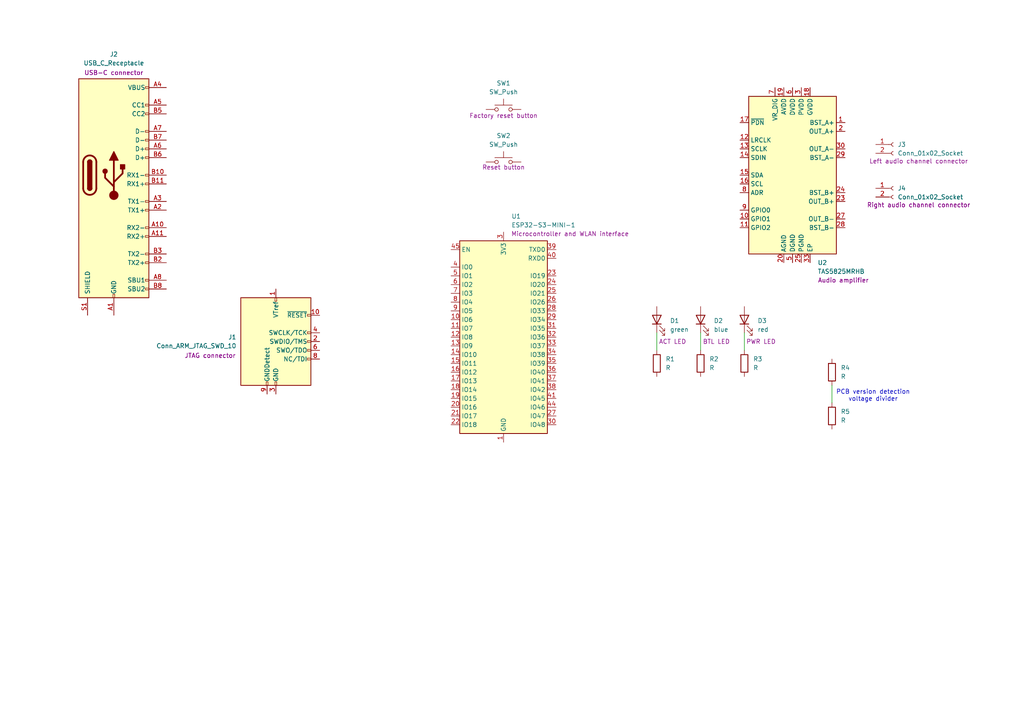
<source format=kicad_sch>
(kicad_sch (version 20231120) (generator "eeschema") (generator_version "8.0")
  (paper "A4")
  (title_block (title "soundbox"))
  (lib_symbols
    (symbol "Amplifier_Audio:TAS5825MRHB"
      (property "Reference" "U" (at -11.43 24.13 0))
      (property "Value" "TAS5825MRHB" (at 13.97 24.13 0))
      (symbol "TAS5825MRHB_0_1"
        (rectangle (start -12.7 22.86) (end 12.7 -22.86) (stroke (width 0.254)) (fill (type background)))
      )
      (symbol "TAS5825MRHB_1_1"
        (pin passive line (at 15.24 15.24 180) (length 2.54) (name "BST_A+") (number "1"))
        (pin bidirectional line (at -15.24 -12.7 0) (length 2.54) (name "GPIO1") (number "10"))
        (pin bidirectional line (at -15.24 -15.24 0) (length 2.54) (name "GPIO2") (number "11"))
        (pin input line (at -15.24 10.16 0) (length 2.54) (name "LRCLK") (number "12"))
        (pin input line (at -15.24 7.62 0) (length 2.54) (name "SCLK") (number "13"))
        (pin input line (at -15.24 5.08 0) (length 2.54) (name "SDIN") (number "14"))
        (pin bidirectional line (at -15.24 0 0) (length 2.54) (name "SDA") (number "15"))
        (pin input line (at -15.24 -2.54 0) (length 2.54) (name "SCL") (number "16"))
        (pin input line (at -15.24 15.24 0) (length 2.54) (name "~{PDN}") (number "17"))
        (pin passive line (at 5.08 25.4 270) (length 2.54) (name "GVDD") (number "18"))
        (pin passive line (at -2.54 25.4 270) (length 2.54) (name "AVDD") (number "19"))
        (pin output line (at 15.24 12.7 180) (length 2.54) (name "OUT_A+") (number "2"))
        (pin power_in line (at -2.54 -25.4 90) (length 2.54) (name "AGND") (number "20"))
        (pin passive line (at 2.54 25.4 270) (length 2.54) hide (name "PVDD") (number "21"))
        (pin passive line (at 2.54 25.4 270) (length 2.54) hide (name "PVDD") (number "22"))
        (pin output line (at 15.24 -7.62 180) (length 2.54) (name "OUT_B+") (number "23"))
        (pin passive line (at 15.24 -5.08 180) (length 2.54) (name "BST_B+") (number "24"))
        (pin power_in line (at 2.54 -25.4 90) (length 2.54) (name "PGND") (number "25"))
        (pin passive line (at 2.54 -25.4 90) (length 2.54) hide (name "PGND") (number "26"))
        (pin output line (at 15.24 -12.7 180) (length 2.54) (name "OUT_B-") (number "27"))
        (pin passive line (at 15.24 -15.24 180) (length 2.54) (name "BST_B-") (number "28"))
        (pin passive line (at 15.24 5.08 180) (length 2.54) (name "BST_A-") (number "29"))
        (pin power_in line (at 2.54 25.4 270) (length 2.54) (name "PVDD") (number "3"))
        (pin output line (at 15.24 7.62 180) (length 2.54) (name "OUT_A-") (number "30"))
        (pin passive line (at 2.54 -25.4 90) (length 2.54) hide (name "PGND") (number "31"))
        (pin passive line (at 2.54 -25.4 90) (length 2.54) hide (name "PGND") (number "32"))
        (pin passive line (at 5.08 -25.4 90) (length 2.54) (name "EP") (number "33"))
        (pin passive line (at 2.54 25.4 270) (length 2.54) hide (name "PVDD") (number "4"))
        (pin power_in line (at 0 -25.4 90) (length 2.54) (name "DGND") (number "5"))
        (pin power_in line (at 0 25.4 270) (length 2.54) (name "DVDD") (number "6"))
        (pin passive line (at -5.08 25.4 270) (length 2.54) (name "VR_DIG") (number "7"))
        (pin passive line (at -15.24 -5.08 0) (length 2.54) (name "ADR") (number "8"))
        (pin bidirectional line (at -15.24 -10.16 0) (length 2.54) (name "GPIO0") (number "9"))
      )
    )
    (symbol "Connector:Conn_01x02_Socket" (pin_names (offset 1.016) hide)
      (property "Reference" "J" (at 0 2.54 0))
      (property "Value" "Conn_01x02_Socket" (at 0 -5.08 0))
      (symbol "Conn_01x02_Socket_1_1"
        (arc (start 0 -2.032) (mid -0.5058 -2.54) (end 0 -3.048) (stroke (width 0.1524)))
        (polyline (pts (xy -1.27 -2.54) (xy -0.508 -2.54)) (stroke (width 0.1524)))
        (polyline (pts (xy -1.27 0) (xy -0.508 0)) (stroke (width 0.1524)))
        (arc (start 0 0.508) (mid -0.5058 0) (end 0 -0.508) (stroke (width 0.1524)))
        (pin passive line (at -5.08 0 0) (length 3.81) (name "Pin_1") (number "1"))
        (pin passive line (at -5.08 -2.54 0) (length 3.81) (name "Pin_2") (number "2"))
      )
    )
    (symbol "Connector:Conn_ARM_JTAG_SWD_10" (pin_names (offset 1.016))
      (property "Reference" "J" (at -2.54 16.51 0))
      (property "Value" "Conn_ARM_JTAG_SWD_10" (at -2.54 13.97 0))
      (symbol "Conn_ARM_JTAG_SWD_10_0_1"
        (rectangle (start -10.16 12.7) (end 10.16 -12.7) (stroke (width 0.254)) (fill (type background)))
        (rectangle (start -2.794 -12.7) (end -2.286 -11.684))
        (rectangle (start -0.254 -12.7) (end 0.254 -11.684))
        (rectangle (start -0.254 12.7) (end 0.254 11.684))
        (rectangle (start 9.144 2.286) (end 10.16 2.794))
        (rectangle (start 10.16 -2.794) (end 9.144 -2.286))
        (rectangle (start 10.16 -0.254) (end 9.144 0.254))
        (rectangle (start 10.16 7.874) (end 9.144 7.366))
      )
      (symbol "Conn_ARM_JTAG_SWD_10_1_1"
        (rectangle (start 9.144 -5.334) (end 10.16 -4.826))
        (pin power_in line (at 0 15.24 270) (length 2.54) (name "VTref") (number "1"))
        (pin open_collector line (at 12.7 7.62 180) (length 2.54) (name "~{RESET}") (number "10"))
        (pin bidirectional line (at 12.7 0 180) (length 2.54) (name "SWDIO/TMS") (number "2"))
        (pin power_in line (at 0 -15.24 90) (length 2.54) (name "GND") (number "3"))
        (pin output line (at 12.7 2.54 180) (length 2.54) (name "SWCLK/TCK") (number "4"))
        (pin passive line (at 0 -15.24 90) (length 2.54) hide (name "GND") (number "5"))
        (pin input line (at 12.7 -2.54 180) (length 2.54) (name "SWO/TDO") (number "6"))
        (pin no_connect line (at -10.16 0 0) (length 2.54) hide (name "KEY") (number "7"))
        (pin output line (at 12.7 -5.08 180) (length 2.54) (name "NC/TDI") (number "8"))
        (pin passive line (at -2.54 -15.24 90) (length 2.54) (name "GNDDetect") (number "9"))
      )
    )
    (symbol "Connector:USB_C_Receptacle" (pin_names (offset 1.016))
      (property "Reference" "J" (at -10.16 29.21 0))
      (property "Value" "USB_C_Receptacle" (at 10.16 29.21 0))
      (symbol "USB_C_Receptacle_0_0"
        (rectangle (start -0.254 -35.56) (end 0.254 -34.544))
        (rectangle (start 10.16 -32.766) (end 9.144 -33.274))
        (rectangle (start 10.16 -30.226) (end 9.144 -30.734))
        (rectangle (start 10.16 -25.146) (end 9.144 -25.654))
        (rectangle (start 10.16 -22.606) (end 9.144 -23.114))
        (rectangle (start 10.16 -17.526) (end 9.144 -18.034))
        (rectangle (start 10.16 -14.986) (end 9.144 -15.494))
        (rectangle (start 10.16 -9.906) (end 9.144 -10.414))
        (rectangle (start 10.16 -7.366) (end 9.144 -7.874))
        (rectangle (start 10.16 -2.286) (end 9.144 -2.794))
        (rectangle (start 10.16 0.254) (end 9.144 -0.254))
        (rectangle (start 10.16 5.334) (end 9.144 4.826))
        (rectangle (start 10.16 7.874) (end 9.144 7.366))
        (rectangle (start 10.16 10.414) (end 9.144 9.906))
        (rectangle (start 10.16 12.954) (end 9.144 12.446))
        (rectangle (start 10.16 18.034) (end 9.144 17.526))
        (rectangle (start 10.16 20.574) (end 9.144 20.066))
        (rectangle (start 10.16 25.654) (end 9.144 25.146))
      )
      (symbol "USB_C_Receptacle_0_1"
        (rectangle (start -10.16 27.94) (end 10.16 -35.56) (stroke (width 0.254)) (fill (type background)))
        (arc (start -8.89 -3.81) (mid -6.985 -5.7067) (end -5.08 -3.81) (stroke (width 0.508)))
        (arc (start -7.62 -3.81) (mid -6.985 -4.4423) (end -6.35 -3.81) (stroke (width 0.254)))
        (arc (start -7.62 -3.81) (mid -6.985 -4.4423) (end -6.35 -3.81) (stroke (width 0.254)) (fill (type outline)))
        (rectangle (start -7.62 -3.81) (end -6.35 3.81) (stroke (width 0.254)) (fill (type outline)))
        (arc (start -6.35 3.81) (mid -6.985 4.4423) (end -7.62 3.81) (stroke (width 0.254)))
        (arc (start -6.35 3.81) (mid -6.985 4.4423) (end -7.62 3.81) (stroke (width 0.254)) (fill (type outline)))
        (arc (start -5.08 3.81) (mid -6.985 5.7067) (end -8.89 3.81) (stroke (width 0.508)))
        (polyline (pts (xy -8.89 -3.81) (xy -8.89 3.81)) (stroke (width 0.508)))
        (polyline (pts (xy -5.08 3.81) (xy -5.08 -3.81)) (stroke (width 0.508)))
      )
      (symbol "USB_C_Receptacle_1_1"
        (circle (center -2.54 1.143) (radius 0.635) (stroke (width 0.254)) (fill (type outline)))
        (circle (center 0 -5.842) (radius 1.27) (fill (type outline)))
        (polyline (pts (xy 0 -5.842) (xy 0 4.318)) (stroke (width 0.508)))
        (polyline (pts (xy 0 -3.302) (xy -2.54 -0.762) (xy -2.54 0.508)) (stroke (width 0.508)))
        (polyline (pts (xy 0 -2.032) (xy 2.54 0.508) (xy 2.54 1.778)) (stroke (width 0.508)))
        (polyline (pts (xy -1.27 4.318) (xy 0 6.858) (xy 1.27 4.318) (xy -1.27 4.318)) (stroke (width 0.254)) (fill (type outline)))
        (rectangle (start 1.905 1.778) (end 3.175 3.048) (stroke (width 0.254)) (fill (type outline)))
        (pin passive line (at 0 -40.64 90) (length 5.08) (name "GND") (number "A1"))
        (pin bidirectional line (at 15.24 -15.24 180) (length 5.08) (name "RX2-") (number "A10"))
        (pin bidirectional line (at 15.24 -17.78 180) (length 5.08) (name "RX2+") (number "A11"))
        (pin passive line (at 0 -40.64 90) (length 5.08) hide (name "GND") (number "A12"))
        (pin bidirectional line (at 15.24 -10.16 180) (length 5.08) (name "TX1+") (number "A2"))
        (pin bidirectional line (at 15.24 -7.62 180) (length 5.08) (name "TX1-") (number "A3"))
        (pin passive line (at 15.24 25.4 180) (length 5.08) (name "VBUS") (number "A4"))
        (pin bidirectional line (at 15.24 20.32 180) (length 5.08) (name "CC1") (number "A5"))
        (pin bidirectional line (at 15.24 7.62 180) (length 5.08) (name "D+") (number "A6"))
        (pin bidirectional line (at 15.24 12.7 180) (length 5.08) (name "D-") (number "A7"))
        (pin bidirectional line (at 15.24 -30.48 180) (length 5.08) (name "SBU1") (number "A8"))
        (pin passive line (at 15.24 25.4 180) (length 5.08) hide (name "VBUS") (number "A9"))
        (pin passive line (at 0 -40.64 90) (length 5.08) hide (name "GND") (number "B1"))
        (pin bidirectional line (at 15.24 0 180) (length 5.08) (name "RX1-") (number "B10"))
        (pin bidirectional line (at 15.24 -2.54 180) (length 5.08) (name "RX1+") (number "B11"))
        (pin passive line (at 0 -40.64 90) (length 5.08) hide (name "GND") (number "B12"))
        (pin bidirectional line (at 15.24 -25.4 180) (length 5.08) (name "TX2+") (number "B2"))
        (pin bidirectional line (at 15.24 -22.86 180) (length 5.08) (name "TX2-") (number "B3"))
        (pin passive line (at 15.24 25.4 180) (length 5.08) hide (name "VBUS") (number "B4"))
        (pin bidirectional line (at 15.24 17.78 180) (length 5.08) (name "CC2") (number "B5"))
        (pin bidirectional line (at 15.24 5.08 180) (length 5.08) (name "D+") (number "B6"))
        (pin bidirectional line (at 15.24 10.16 180) (length 5.08) (name "D-") (number "B7"))
        (pin bidirectional line (at 15.24 -33.02 180) (length 5.08) (name "SBU2") (number "B8"))
        (pin passive line (at 15.24 25.4 180) (length 5.08) hide (name "VBUS") (number "B9"))
        (pin passive line (at -7.62 -40.64 90) (length 5.08) (name "SHIELD") (number "S1"))
      )
    )
    (symbol "Device:LED" (pin_numbers hide) (pin_names (offset 1.016) hide)
      (property "Reference" "D" (at 0 2.54 0))
      (property "Value" "LED" (at 0 -2.54 0))
      (symbol "LED_0_1"
        (polyline (pts (xy -1.27 -1.27) (xy -1.27 1.27)) (stroke (width 0.254)))
        (polyline (pts (xy -1.27 0) (xy 1.27 0)))
        (polyline (pts (xy 1.27 -1.27) (xy 1.27 1.27) (xy -1.27 0) (xy 1.27 -1.27)) (stroke (width 0.254)))
        (polyline (pts (xy -3.048 -0.762) (xy -4.572 -2.286) (xy -3.81 -2.286) (xy -4.572 -2.286) (xy -4.572 -1.524)))
        (polyline (pts (xy -1.778 -0.762) (xy -3.302 -2.286) (xy -2.54 -2.286) (xy -3.302 -2.286) (xy -3.302 -1.524)))
      )
      (symbol "LED_1_1"
        (pin passive line (at -3.81 0 0) (length 2.54) (name "K") (number "1"))
        (pin passive line (at 3.81 0 180) (length 2.54) (name "A") (number "2"))
      )
    )
    (symbol "Device:R" (pin_numbers hide) (pin_names (offset 0))
      (property "Reference" "R" (at 2.032 0 90))
      (property "Value" "R" (at 0 0 90))
      (symbol "R_0_1"
        (rectangle (start -1.016 -2.54) (end 1.016 2.54) (stroke (width 0.254)))
      )
      (symbol "R_1_1"
        (pin passive line (at 0 3.81 270) (length 1.27) (name "~") (number "1"))
        (pin passive line (at 0 -3.81 90) (length 1.27) (name "~") (number "2"))
      )
    )
    (symbol "RF_Module:ESP32-S3-MINI-1"
      (property "Reference" "U" (at -11.43 29.21 0))
      (property "Value" "ESP32-S3-MINI-1" (at 12.7 29.21 0))
      (symbol "ESP32-S3-MINI-1_0_1"
        (rectangle (start -12.7 27.94) (end 12.7 -27.94) (stroke (width 0.254)) (fill (type background)))
      )
      (symbol "ESP32-S3-MINI-1_1_1"
        (pin power_in line (at 0 -30.48 90) (length 2.54) (name "GND") (number "1"))
        (pin bidirectional line (at -15.24 5.08 0) (length 2.54) (name "IO6") (number "10"))
        (pin bidirectional line (at -15.24 2.54 0) (length 2.54) (name "IO7") (number "11"))
        (pin bidirectional line (at -15.24 0 0) (length 2.54) (name "IO8") (number "12"))
        (pin bidirectional line (at -15.24 -2.54 0) (length 2.54) (name "IO9") (number "13"))
        (pin bidirectional line (at -15.24 -5.08 0) (length 2.54) (name "IO10") (number "14"))
        (pin bidirectional line (at -15.24 -7.62 0) (length 2.54) (name "IO11") (number "15"))
        (pin bidirectional line (at -15.24 -10.16 0) (length 2.54) (name "IO12") (number "16"))
        (pin bidirectional line (at -15.24 -12.7 0) (length 2.54) (name "IO13") (number "17"))
        (pin bidirectional line (at -15.24 -15.24 0) (length 2.54) (name "IO14") (number "18"))
        (pin bidirectional line (at -15.24 -17.78 0) (length 2.54) (name "IO15") (number "19"))
        (pin passive line (at 0 -30.48 90) (length 2.54) hide (name "GND") (number "2"))
        (pin bidirectional line (at -15.24 -20.32 0) (length 2.54) (name "IO16") (number "20"))
        (pin bidirectional line (at -15.24 -22.86 0) (length 2.54) (name "IO17") (number "21"))
        (pin bidirectional line (at -15.24 -25.4 0) (length 2.54) (name "IO18") (number "22"))
        (pin bidirectional line (at 15.24 17.78 180) (length 2.54) (name "IO19") (number "23"))
        (pin bidirectional line (at 15.24 15.24 180) (length 2.54) (name "IO20") (number "24"))
        (pin bidirectional line (at 15.24 12.7 180) (length 2.54) (name "IO21") (number "25"))
        (pin bidirectional line (at 15.24 10.16 180) (length 2.54) (name "IO26") (number "26"))
        (pin bidirectional line (at 15.24 -22.86 180) (length 2.54) (name "IO47") (number "27"))
        (pin bidirectional line (at 15.24 7.62 180) (length 2.54) (name "IO33") (number "28"))
        (pin bidirectional line (at 15.24 5.08 180) (length 2.54) (name "IO34") (number "29"))
        (pin power_in line (at 0 30.48 270) (length 2.54) (name "3V3") (number "3"))
        (pin bidirectional line (at 15.24 -25.4 180) (length 2.54) (name "IO48") (number "30"))
        (pin bidirectional line (at 15.24 2.54 180) (length 2.54) (name "IO35") (number "31"))
        (pin bidirectional line (at 15.24 0 180) (length 2.54) (name "IO36") (number "32"))
        (pin bidirectional line (at 15.24 -2.54 180) (length 2.54) (name "IO37") (number "33"))
        (pin bidirectional line (at 15.24 -5.08 180) (length 2.54) (name "IO38") (number "34"))
        (pin bidirectional line (at 15.24 -7.62 180) (length 2.54) (name "IO39") (number "35"))
        (pin bidirectional line (at 15.24 -10.16 180) (length 2.54) (name "IO40") (number "36"))
        (pin bidirectional line (at 15.24 -12.7 180) (length 2.54) (name "IO41") (number "37"))
        (pin bidirectional line (at 15.24 -15.24 180) (length 2.54) (name "IO42") (number "38"))
        (pin bidirectional line (at 15.24 25.4 180) (length 2.54) (name "TXD0") (number "39"))
        (pin bidirectional line (at -15.24 20.32 0) (length 2.54) (name "IO0") (number "4"))
        (pin bidirectional line (at 15.24 22.86 180) (length 2.54) (name "RXD0") (number "40"))
        (pin bidirectional line (at 15.24 -17.78 180) (length 2.54) (name "IO45") (number "41"))
        (pin passive line (at 0 -30.48 90) (length 2.54) hide (name "GND") (number "42"))
        (pin passive line (at 0 -30.48 90) (length 2.54) hide (name "GND") (number "43"))
        (pin bidirectional line (at 15.24 -20.32 180) (length 2.54) (name "IO46") (number "44"))
        (pin input line (at -15.24 25.4 0) (length 2.54) (name "EN") (number "45"))
        (pin passive line (at 0 -30.48 90) (length 2.54) hide (name "GND") (number "46"))
        (pin passive line (at 0 -30.48 90) (length 2.54) hide (name "GND") (number "47"))
        (pin passive line (at 0 -30.48 90) (length 2.54) hide (name "GND") (number "48"))
        (pin passive line (at 0 -30.48 90) (length 2.54) hide (name "GND") (number "49"))
        (pin bidirectional line (at -15.24 17.78 0) (length 2.54) (name "IO1") (number "5"))
        (pin passive line (at 0 -30.48 90) (length 2.54) hide (name "GND") (number "50"))
        (pin passive line (at 0 -30.48 90) (length 2.54) hide (name "GND") (number "51"))
        (pin passive line (at 0 -30.48 90) (length 2.54) hide (name "GND") (number "52"))
        (pin passive line (at 0 -30.48 90) (length 2.54) hide (name "GND") (number "53"))
        (pin passive line (at 0 -30.48 90) (length 2.54) hide (name "GND") (number "54"))
        (pin passive line (at 0 -30.48 90) (length 2.54) hide (name "GND") (number "55"))
        (pin passive line (at 0 -30.48 90) (length 2.54) hide (name "GND") (number "56"))
        (pin passive line (at 0 -30.48 90) (length 2.54) hide (name "GND") (number "57"))
        (pin passive line (at 0 -30.48 90) (length 2.54) hide (name "GND") (number "58"))
        (pin passive line (at 0 -30.48 90) (length 2.54) hide (name "GND") (number "59"))
        (pin bidirectional line (at -15.24 15.24 0) (length 2.54) (name "IO2") (number "6"))
        (pin passive line (at 0 -30.48 90) (length 2.54) hide (name "GND") (number "60"))
        (pin passive line (at 0 -30.48 90) (length 2.54) hide (name "GND") (number "61"))
        (pin passive line (at 0 -30.48 90) (length 2.54) hide (name "GND") (number "62"))
        (pin passive line (at 0 -30.48 90) (length 2.54) hide (name "GND") (number "63"))
        (pin passive line (at 0 -30.48 90) (length 2.54) hide (name "GND") (number "64"))
        (pin passive line (at 0 -30.48 90) (length 2.54) hide (name "GND") (number "65"))
        (pin bidirectional line (at -15.24 12.7 0) (length 2.54) (name "IO3") (number "7"))
        (pin bidirectional line (at -15.24 10.16 0) (length 2.54) (name "IO4") (number "8"))
        (pin bidirectional line (at -15.24 7.62 0) (length 2.54) (name "IO5") (number "9"))
      )
    )
    (symbol "Switch:SW_Push" (pin_numbers hide) (pin_names (offset 1.016) hide)
      (property "Reference" "SW" (at 1.27 2.54 0))
      (property "Value" "SW_Push" (at 0 -1.524 0))
      (symbol "SW_Push_0_1"
        (circle (center -2.032 0) (radius 0.508))
        (polyline (pts (xy 0 1.27) (xy 0 3.048)))
        (polyline (pts (xy 2.54 1.27) (xy -2.54 1.27)))
        (circle (center 2.032 0) (radius 0.508))
        (pin passive line (at -5.08 0 0) (length 2.54) (name "1") (number "1"))
        (pin passive line (at 5.08 0 180) (length 2.54) (name "2") (number "2"))
      )
    )
  )
  (wire (pts (xy 190.5 96.52) (xy 190.5 101.6)))
  (wire (pts (xy 241.3 111.76) (xy 241.3 116.84)))
  (wire (pts (xy 203.2 96.52) (xy 203.2 101.6)))
  (wire (pts (xy 215.9 96.52) (xy 215.9 101.6)))
  (text "PCB version detection\nvoltage divider" (at 253.238 114.808 0) (effects (font (size 1.27 1.27))))
  (symbol (lib_id "RF_Module:ESP32-S3-MINI-1") (at 146.05 97.79 0) (unit 1)
    (property "Reference" "U1" (at 148.336 62.738 0) (effects (justify left)))
    (property "Value" "ESP32-S3-MINI-1" (at 148.336 65.278 0) (effects (justify left)))
    (property "Footprint" "RF_Module:ESP32-S2-MINI-1" (effects (hide yes)))
    (property "Datasheet" "https://www.espressif.com/sites/default/files/documentation/esp32-s3-mini-1_mini-1u_datasheet_en.pdf" (effects (hide yes)))
    (property "Description" "Microcontroller and WLAN interface" (at 165.354 67.818 0))
  )
  (symbol (lib_id "Connector:Conn_ARM_JTAG_SWD_10") (at 80.01 99.06 0) (unit 1)
    (property "Reference" "J1" (at 68.58 97.7899 0) (effects (justify right)))
    (property "Value" "Conn_ARM_JTAG_SWD_10" (at 68.58 100.3299 0) (effects (justify right)))
    (property "Datasheet" "http://infocenter.arm.com/help/topic/com.arm.doc.ddi0314h/DDI0314H_coresight_components_trm.pdf" (effects (hide yes)))
    (property "Description" "JTAG connector" (at 60.96 103.124 0))
  )
  (symbol (lib_id "Switch:SW_Push") (at 146.05 46.99 0) (unit 1)
    (property "Reference" "SW2" (at 146.05 39.37 0))
    (property "Value" "SW_Push" (at 146.05 41.91 0))
    (property "Description" "Reset button" (at 146.05 48.514 0))
  )
  (symbol (lib_id "Connector:Conn_01x02_Socket") (at 259.08 54.61 0) (unit 1)
    (property "Reference" "J4" (at 260.35 54.6099 0) (effects (justify left)))
    (property "Value" "Conn_01x02_Socket" (at 260.35 57.1499 0) (effects (justify left)))
    (property "Description" "Right audio channel connector" (at 266.446 59.436 0))
  )
  (symbol (lib_id "Connector:Conn_01x02_Socket") (at 259.08 41.91 0) (unit 1)
    (property "Reference" "J3" (at 260.35 41.9099 0) (effects (justify left)))
    (property "Value" "Conn_01x02_Socket" (at 260.35 44.4499 0) (effects (justify left)))
    (property "Description" "Left audio channel connector" (at 266.446 46.736 0))
  )
  (symbol (lib_id "Device:R") (at 215.9 105.41 0) (unit 1)
    (property "Reference" "R3" (at 218.44 104.1399 0) (effects (justify left)))
    (property "Value" "R" (at 218.44 106.6799 0) (effects (justify left)))
    (property "Description" "Resistor" (effects (hide yes)))
  )
  (symbol (lib_id "Connector:USB_C_Receptacle") (at 33.02 50.8 0) (unit 1)
    (property "Reference" "J2" (at 33.02 15.748 0))
    (property "Value" "USB_C_Receptacle" (at 33.02 18.288 0))
    (property "Datasheet" "https://www.usb.org/sites/default/files/documents/usb_type-c.zip" (effects (hide yes)))
    (property "Description" "USB-C connector" (at 33.02 21.082 0))
  )
  (symbol (lib_id "Switch:SW_Push") (at 146.05 31.75 0) (unit 1)
    (property "Reference" "SW1" (at 146.05 24.13 0))
    (property "Value" "SW_Push" (at 146.05 26.67 0))
    (property "Description" "Factory reset button" (at 146.05 33.528 0))
  )
  (symbol (lib_id "Device:R") (at 203.2 105.41 0) (unit 1)
    (property "Reference" "R2" (at 205.74 104.1399 0) (effects (justify left)))
    (property "Value" "R" (at 205.74 106.6799 0) (effects (justify left)))
    (property "Description" "Resistor" (effects (hide yes)))
  )
  (symbol (lib_id "Amplifier_Audio:TAS5825MRHB") (at 229.87 50.8 0) (unit 1)
    (property "Reference" "U2" (at 237.1441 76.2 0) (effects (justify left)))
    (property "Value" "TAS5825MRHB" (at 237.1441 78.74 0) (effects (justify left)))
    (property "Footprint" "Package_DFN_QFN:VQFN-32-1EP_5x5mm_P0.5mm_EP3.1x3.1mm" (effects (hide yes)))
    (property "Datasheet" "www.ti.com/lit/ds/symlink/tas5825m.pdf" (effects (hide yes)))
    (property "Description" "Audio amplifier" (at 244.602 81.28 0))
  )
  (symbol (lib_id "Device:R") (at 241.3 120.65 0) (unit 1)
    (property "Reference" "R5" (at 243.84 119.3799 0) (effects (justify left)))
    (property "Value" "R" (at 243.84 121.9199 0) (effects (justify left)))
    (property "Description" "Resistor" (effects (hide yes)))
  )
  (symbol (lib_id "Device:LED") (at 190.5 92.71 90) (unit 1)
    (property "Reference" "D1" (at 194.31 93.0274 90) (effects (justify right)))
    (property "Value" "green" (at 194.31 95.5674 90) (effects (justify right)))
    (property "Description" "ACT LED" (at 195.072 99.06 90))
  )
  (symbol (lib_id "Device:R") (at 241.3 107.95 0) (unit 1)
    (property "Reference" "R4" (at 243.84 106.6799 0) (effects (justify left)))
    (property "Value" "R" (at 243.84 109.2199 0) (effects (justify left)))
    (property "Description" "Resistor" (effects (hide yes)))
  )
  (symbol (lib_id "Device:R") (at 190.5 105.41 0) (unit 1)
    (property "Reference" "R1" (at 193.04 104.1399 0) (effects (justify left)))
    (property "Value" "R" (at 193.04 106.6799 0) (effects (justify left)))
    (property "Description" "Resistor" (effects (hide yes)))
  )
  (symbol (lib_id "Device:LED") (at 215.9 92.71 90) (unit 1)
    (property "Reference" "D3" (at 219.71 93.0274 90) (effects (justify right)))
    (property "Value" "red" (at 219.71 95.5674 90) (effects (justify right)))
    (property "Description" "PWR LED" (at 220.726 99.06 90))
  )
  (symbol (lib_id "Device:LED") (at 203.2 92.71 90) (unit 1)
    (property "Reference" "D2" (at 207.01 93.0274 90) (effects (justify right)))
    (property "Value" "blue" (at 207.01 95.5674 90) (effects (justify right)))
    (property "Description" "BTL LED" (at 207.772 99.06 90))
  )
)
</source>
